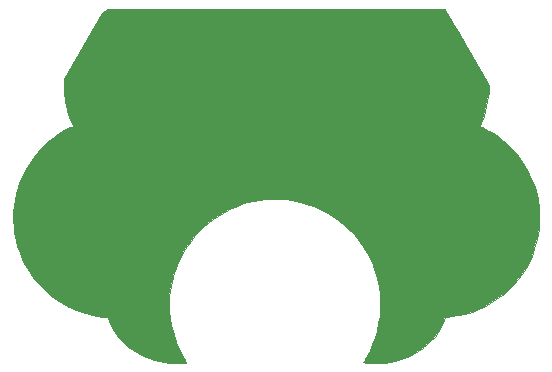
<source format=gbr>
G04 #@! TF.GenerationSoftware,KiCad,Pcbnew,5.1.5+dfsg1-2build2*
G04 #@! TF.CreationDate,2021-04-12T21:23:26-04:00*
G04 #@! TF.ProjectId,wood_tile,776f6f64-5f74-4696-9c65-2e6b69636164,rev?*
G04 #@! TF.SameCoordinates,Original*
G04 #@! TF.FileFunction,Copper,L1,Top*
G04 #@! TF.FilePolarity,Positive*
%FSLAX46Y46*%
G04 Gerber Fmt 4.6, Leading zero omitted, Abs format (unit mm)*
G04 Created by KiCad (PCBNEW 5.1.5+dfsg1-2build2) date 2021-04-12 21:23:26*
%MOMM*%
%LPD*%
G04 APERTURE LIST*
%ADD10C,0.010000*%
G04 APERTURE END LIST*
D10*
G36*
X10391577Y24995644D02*
G01*
X10857707Y24995521D01*
X11291572Y24995311D01*
X11693845Y24995012D01*
X12065196Y24994624D01*
X12406297Y24994146D01*
X12717819Y24993579D01*
X13000434Y24992923D01*
X13254812Y24992175D01*
X13481625Y24991337D01*
X13681544Y24990407D01*
X13855240Y24989386D01*
X14003386Y24988273D01*
X14126651Y24987067D01*
X14225707Y24985769D01*
X14301226Y24984377D01*
X14353879Y24982891D01*
X14384337Y24981312D01*
X14393334Y24979770D01*
X14410052Y24956743D01*
X14419792Y24954755D01*
X14433032Y24936644D01*
X14466305Y24883718D01*
X14518515Y24797845D01*
X14588568Y24680895D01*
X14675369Y24534735D01*
X14777822Y24361236D01*
X14894832Y24162265D01*
X15025305Y23939693D01*
X15168144Y23695386D01*
X15322256Y23431215D01*
X15486545Y23149048D01*
X15659915Y22850754D01*
X15841273Y22538202D01*
X16029522Y22213260D01*
X16223568Y21877798D01*
X16277167Y21785047D01*
X18108084Y18616083D01*
X18114665Y18351500D01*
X18108657Y17990689D01*
X18074361Y17606480D01*
X18013253Y17205577D01*
X17926814Y16794682D01*
X17816520Y16380499D01*
X17683852Y15969729D01*
X17530286Y15569076D01*
X17469847Y15427873D01*
X17423929Y15320620D01*
X17386662Y15227613D01*
X17360433Y15155327D01*
X17347631Y15110236D01*
X17348251Y15098166D01*
X17400205Y15076876D01*
X17482081Y15038543D01*
X17586875Y14986817D01*
X17707577Y14925349D01*
X17837181Y14857787D01*
X17968679Y14787784D01*
X18095065Y14718987D01*
X18209330Y14655049D01*
X18298584Y14603141D01*
X18635971Y14392054D01*
X18949338Y14175003D01*
X19248200Y13944509D01*
X19542071Y13693090D01*
X19840467Y13413266D01*
X19950421Y13304545D01*
X20346400Y12881783D01*
X20705076Y12443112D01*
X21029923Y11984008D01*
X21292627Y11555899D01*
X21569221Y11031193D01*
X21806854Y10491577D01*
X22005317Y9939187D01*
X22164397Y9376161D01*
X22283884Y8804634D01*
X22363567Y8226746D01*
X22403235Y7644631D01*
X22402676Y7060427D01*
X22361681Y6476271D01*
X22280037Y5894300D01*
X22157534Y5316650D01*
X21993960Y4745459D01*
X21971752Y4678023D01*
X21765823Y4127709D01*
X21520579Y3592440D01*
X21235835Y3071880D01*
X20911406Y2565692D01*
X20547108Y2073538D01*
X20537466Y2061384D01*
X20439917Y1945034D01*
X20316405Y1807715D01*
X20173316Y1655765D01*
X20017036Y1495524D01*
X19853951Y1333328D01*
X19690447Y1175517D01*
X19532909Y1028430D01*
X19387724Y898404D01*
X19261276Y791778D01*
X19246250Y779730D01*
X18763086Y420746D01*
X18264171Y100697D01*
X17748908Y-180652D01*
X17216698Y-423535D01*
X16666940Y-628187D01*
X16099037Y-794841D01*
X15512389Y-923733D01*
X14906398Y-1015096D01*
X14573250Y-1048714D01*
X14403917Y-1062958D01*
X14333250Y-1277604D01*
X14189506Y-1649585D01*
X14006057Y-2015815D01*
X13785465Y-2372870D01*
X13530294Y-2717327D01*
X13243108Y-3045765D01*
X12926471Y-3354758D01*
X12582945Y-3640886D01*
X12537363Y-3675534D01*
X12121694Y-3961977D01*
X11682295Y-4213787D01*
X11218921Y-4431063D01*
X10731324Y-4613900D01*
X10219258Y-4762397D01*
X9682478Y-4876651D01*
X9376834Y-4924900D01*
X9259575Y-4937404D01*
X9109535Y-4947546D01*
X8934942Y-4955273D01*
X8744025Y-4960531D01*
X8545011Y-4963266D01*
X8346130Y-4963425D01*
X8155610Y-4960954D01*
X7981679Y-4955799D01*
X7832565Y-4947908D01*
X7716496Y-4937225D01*
X7705450Y-4935790D01*
X7618719Y-4923566D01*
X7549598Y-4912886D01*
X7507544Y-4905262D01*
X7499286Y-4902842D01*
X7507615Y-4883716D01*
X7534423Y-4834724D01*
X7576135Y-4762133D01*
X7629174Y-4672211D01*
X7664806Y-4612781D01*
X7783150Y-4406924D01*
X7907192Y-4174002D01*
X8030285Y-3927446D01*
X8145783Y-3680684D01*
X8247038Y-3447146D01*
X8271647Y-3386667D01*
X8481823Y-2805057D01*
X8651971Y-2211656D01*
X8781871Y-1608923D01*
X8871307Y-999321D01*
X8920061Y-385309D01*
X8927915Y230652D01*
X8894652Y846101D01*
X8820054Y1458578D01*
X8739325Y1902617D01*
X8600104Y2472299D01*
X8421633Y3028575D01*
X8203338Y3572840D01*
X7944648Y4106492D01*
X7644991Y4630926D01*
X7577273Y4739278D01*
X7359025Y5071755D01*
X7144487Y5373477D01*
X6925717Y5654388D01*
X6694776Y5924429D01*
X6443724Y6193546D01*
X6299201Y6339795D01*
X5851174Y6755631D01*
X5377788Y7138101D01*
X4880726Y7486412D01*
X4361671Y7799770D01*
X3822304Y8077381D01*
X3264309Y8318451D01*
X2689368Y8522185D01*
X2099163Y8687792D01*
X1495377Y8814475D01*
X879693Y8901442D01*
X867834Y8902711D01*
X696640Y8917014D01*
X493620Y8927588D01*
X269122Y8934370D01*
X33491Y8937294D01*
X-202922Y8936298D01*
X-429772Y8931318D01*
X-636710Y8922289D01*
X-772583Y8912826D01*
X-1324982Y8850383D01*
X-1855715Y8757246D01*
X-2371473Y8631515D01*
X-2878946Y8471293D01*
X-3384823Y8274680D01*
X-3895796Y8039779D01*
X-3958166Y8008730D01*
X-4406557Y7769942D01*
X-4825565Y7517184D01*
X-5222897Y7244860D01*
X-5606260Y6947375D01*
X-5983361Y6619133D01*
X-6329449Y6287115D01*
X-6747372Y5843818D01*
X-7125836Y5388549D01*
X-7466737Y4918385D01*
X-7771969Y4430408D01*
X-8043429Y3921695D01*
X-8283012Y3389326D01*
X-8394799Y3104388D01*
X-8517028Y2746202D01*
X-8628549Y2357376D01*
X-8727048Y1948765D01*
X-8810211Y1531223D01*
X-8875723Y1115602D01*
X-8921271Y712757D01*
X-8931224Y588700D01*
X-8951147Y20796D01*
X-8930701Y-553539D01*
X-8870715Y-1130991D01*
X-8772017Y-1708245D01*
X-8635435Y-2281986D01*
X-8461796Y-2848900D01*
X-8251929Y-3405671D01*
X-8006661Y-3948985D01*
X-7726821Y-4475527D01*
X-7621806Y-4653681D01*
X-7558597Y-4758837D01*
X-7515317Y-4833567D01*
X-7489625Y-4883446D01*
X-7479180Y-4914049D01*
X-7481639Y-4930951D01*
X-7494662Y-4939727D01*
X-7500808Y-4941769D01*
X-7533934Y-4945704D01*
X-7602606Y-4949572D01*
X-7700040Y-4953267D01*
X-7819447Y-4956684D01*
X-7954043Y-4959717D01*
X-8097040Y-4962260D01*
X-8241652Y-4964208D01*
X-8381093Y-4965456D01*
X-8508577Y-4965897D01*
X-8617317Y-4965427D01*
X-8700527Y-4963940D01*
X-8751420Y-4961330D01*
X-8752416Y-4961229D01*
X-9030329Y-4930281D01*
X-9275215Y-4898101D01*
X-9496379Y-4863005D01*
X-9703126Y-4823307D01*
X-9904759Y-4777320D01*
X-10110584Y-4723358D01*
X-10191881Y-4700397D01*
X-10681687Y-4539559D01*
X-11150113Y-4345131D01*
X-11595271Y-4118319D01*
X-12015273Y-3860332D01*
X-12408232Y-3572379D01*
X-12772260Y-3255667D01*
X-13105470Y-2911405D01*
X-13247689Y-2744358D01*
X-13440993Y-2488228D01*
X-13624225Y-2207732D01*
X-13791067Y-1914096D01*
X-13935197Y-1618547D01*
X-14050297Y-1332312D01*
X-14062768Y-1296459D01*
X-14101018Y-1188926D01*
X-14130792Y-1117017D01*
X-14154690Y-1075495D01*
X-14175312Y-1059124D01*
X-14181035Y-1058334D01*
X-14214343Y-1056292D01*
X-14281387Y-1050669D01*
X-14373793Y-1042218D01*
X-14483185Y-1031691D01*
X-14538931Y-1026156D01*
X-15137246Y-945445D01*
X-15721914Y-824704D01*
X-16292770Y-663980D01*
X-16849651Y-463320D01*
X-17392395Y-222769D01*
X-17455393Y-191807D01*
X-17978341Y90900D01*
X-18474746Y405538D01*
X-18943721Y750362D01*
X-19384378Y1123630D01*
X-19795831Y1523600D01*
X-20177194Y1948528D01*
X-20527578Y2396673D01*
X-20846098Y2866289D01*
X-21131866Y3355636D01*
X-21383997Y3862970D01*
X-21601601Y4386549D01*
X-21783794Y4924629D01*
X-21929688Y5475468D01*
X-22038397Y6037323D01*
X-22109032Y6608450D01*
X-22140709Y7187108D01*
X-22132539Y7771554D01*
X-22083635Y8360044D01*
X-22022894Y8784166D01*
X-21905181Y9356856D01*
X-21748016Y9917167D01*
X-21552834Y10463222D01*
X-21321067Y10993144D01*
X-21054150Y11505054D01*
X-20753515Y11997073D01*
X-20420598Y12467324D01*
X-20056831Y12913929D01*
X-19663647Y13335010D01*
X-19242482Y13728688D01*
X-18794767Y14093086D01*
X-18321938Y14426325D01*
X-17825427Y14726527D01*
X-17306669Y14991814D01*
X-17272000Y15007903D01*
X-17188593Y15046396D01*
X-17120983Y15077647D01*
X-17077416Y15097841D01*
X-17065489Y15103431D01*
X-17071734Y15122557D01*
X-17092629Y15173075D01*
X-17125142Y15247913D01*
X-17166241Y15340000D01*
X-17179122Y15368459D01*
X-17392104Y15885839D01*
X-17564812Y16412227D01*
X-17699203Y16953692D01*
X-17714702Y17029198D01*
X-17759863Y17269478D01*
X-17794758Y17492047D01*
X-17820449Y17708246D01*
X-17837996Y17929414D01*
X-17848459Y18166892D01*
X-17852898Y18432021D01*
X-17853202Y18510398D01*
X-17854083Y19060879D01*
X-14596417Y24708323D01*
X-14392756Y24840484D01*
X-14189095Y24972646D01*
X102119Y24988343D01*
X1090430Y24989410D01*
X2037079Y24990396D01*
X2942737Y24991298D01*
X3808076Y24992117D01*
X4633767Y24992853D01*
X5420480Y24993504D01*
X6168889Y24994071D01*
X6879662Y24994554D01*
X7553473Y24994951D01*
X8190992Y24995262D01*
X8792891Y24995488D01*
X9359841Y24995627D01*
X9892512Y24995679D01*
X10391577Y24995644D01*
G37*
X10391577Y24995644D02*
X10857707Y24995521D01*
X11291572Y24995311D01*
X11693845Y24995012D01*
X12065196Y24994624D01*
X12406297Y24994146D01*
X12717819Y24993579D01*
X13000434Y24992923D01*
X13254812Y24992175D01*
X13481625Y24991337D01*
X13681544Y24990407D01*
X13855240Y24989386D01*
X14003386Y24988273D01*
X14126651Y24987067D01*
X14225707Y24985769D01*
X14301226Y24984377D01*
X14353879Y24982891D01*
X14384337Y24981312D01*
X14393334Y24979770D01*
X14410052Y24956743D01*
X14419792Y24954755D01*
X14433032Y24936644D01*
X14466305Y24883718D01*
X14518515Y24797845D01*
X14588568Y24680895D01*
X14675369Y24534735D01*
X14777822Y24361236D01*
X14894832Y24162265D01*
X15025305Y23939693D01*
X15168144Y23695386D01*
X15322256Y23431215D01*
X15486545Y23149048D01*
X15659915Y22850754D01*
X15841273Y22538202D01*
X16029522Y22213260D01*
X16223568Y21877798D01*
X16277167Y21785047D01*
X18108084Y18616083D01*
X18114665Y18351500D01*
X18108657Y17990689D01*
X18074361Y17606480D01*
X18013253Y17205577D01*
X17926814Y16794682D01*
X17816520Y16380499D01*
X17683852Y15969729D01*
X17530286Y15569076D01*
X17469847Y15427873D01*
X17423929Y15320620D01*
X17386662Y15227613D01*
X17360433Y15155327D01*
X17347631Y15110236D01*
X17348251Y15098166D01*
X17400205Y15076876D01*
X17482081Y15038543D01*
X17586875Y14986817D01*
X17707577Y14925349D01*
X17837181Y14857787D01*
X17968679Y14787784D01*
X18095065Y14718987D01*
X18209330Y14655049D01*
X18298584Y14603141D01*
X18635971Y14392054D01*
X18949338Y14175003D01*
X19248200Y13944509D01*
X19542071Y13693090D01*
X19840467Y13413266D01*
X19950421Y13304545D01*
X20346400Y12881783D01*
X20705076Y12443112D01*
X21029923Y11984008D01*
X21292627Y11555899D01*
X21569221Y11031193D01*
X21806854Y10491577D01*
X22005317Y9939187D01*
X22164397Y9376161D01*
X22283884Y8804634D01*
X22363567Y8226746D01*
X22403235Y7644631D01*
X22402676Y7060427D01*
X22361681Y6476271D01*
X22280037Y5894300D01*
X22157534Y5316650D01*
X21993960Y4745459D01*
X21971752Y4678023D01*
X21765823Y4127709D01*
X21520579Y3592440D01*
X21235835Y3071880D01*
X20911406Y2565692D01*
X20547108Y2073538D01*
X20537466Y2061384D01*
X20439917Y1945034D01*
X20316405Y1807715D01*
X20173316Y1655765D01*
X20017036Y1495524D01*
X19853951Y1333328D01*
X19690447Y1175517D01*
X19532909Y1028430D01*
X19387724Y898404D01*
X19261276Y791778D01*
X19246250Y779730D01*
X18763086Y420746D01*
X18264171Y100697D01*
X17748908Y-180652D01*
X17216698Y-423535D01*
X16666940Y-628187D01*
X16099037Y-794841D01*
X15512389Y-923733D01*
X14906398Y-1015096D01*
X14573250Y-1048714D01*
X14403917Y-1062958D01*
X14333250Y-1277604D01*
X14189506Y-1649585D01*
X14006057Y-2015815D01*
X13785465Y-2372870D01*
X13530294Y-2717327D01*
X13243108Y-3045765D01*
X12926471Y-3354758D01*
X12582945Y-3640886D01*
X12537363Y-3675534D01*
X12121694Y-3961977D01*
X11682295Y-4213787D01*
X11218921Y-4431063D01*
X10731324Y-4613900D01*
X10219258Y-4762397D01*
X9682478Y-4876651D01*
X9376834Y-4924900D01*
X9259575Y-4937404D01*
X9109535Y-4947546D01*
X8934942Y-4955273D01*
X8744025Y-4960531D01*
X8545011Y-4963266D01*
X8346130Y-4963425D01*
X8155610Y-4960954D01*
X7981679Y-4955799D01*
X7832565Y-4947908D01*
X7716496Y-4937225D01*
X7705450Y-4935790D01*
X7618719Y-4923566D01*
X7549598Y-4912886D01*
X7507544Y-4905262D01*
X7499286Y-4902842D01*
X7507615Y-4883716D01*
X7534423Y-4834724D01*
X7576135Y-4762133D01*
X7629174Y-4672211D01*
X7664806Y-4612781D01*
X7783150Y-4406924D01*
X7907192Y-4174002D01*
X8030285Y-3927446D01*
X8145783Y-3680684D01*
X8247038Y-3447146D01*
X8271647Y-3386667D01*
X8481823Y-2805057D01*
X8651971Y-2211656D01*
X8781871Y-1608923D01*
X8871307Y-999321D01*
X8920061Y-385309D01*
X8927915Y230652D01*
X8894652Y846101D01*
X8820054Y1458578D01*
X8739325Y1902617D01*
X8600104Y2472299D01*
X8421633Y3028575D01*
X8203338Y3572840D01*
X7944648Y4106492D01*
X7644991Y4630926D01*
X7577273Y4739278D01*
X7359025Y5071755D01*
X7144487Y5373477D01*
X6925717Y5654388D01*
X6694776Y5924429D01*
X6443724Y6193546D01*
X6299201Y6339795D01*
X5851174Y6755631D01*
X5377788Y7138101D01*
X4880726Y7486412D01*
X4361671Y7799770D01*
X3822304Y8077381D01*
X3264309Y8318451D01*
X2689368Y8522185D01*
X2099163Y8687792D01*
X1495377Y8814475D01*
X879693Y8901442D01*
X867834Y8902711D01*
X696640Y8917014D01*
X493620Y8927588D01*
X269122Y8934370D01*
X33491Y8937294D01*
X-202922Y8936298D01*
X-429772Y8931318D01*
X-636710Y8922289D01*
X-772583Y8912826D01*
X-1324982Y8850383D01*
X-1855715Y8757246D01*
X-2371473Y8631515D01*
X-2878946Y8471293D01*
X-3384823Y8274680D01*
X-3895796Y8039779D01*
X-3958166Y8008730D01*
X-4406557Y7769942D01*
X-4825565Y7517184D01*
X-5222897Y7244860D01*
X-5606260Y6947375D01*
X-5983361Y6619133D01*
X-6329449Y6287115D01*
X-6747372Y5843818D01*
X-7125836Y5388549D01*
X-7466737Y4918385D01*
X-7771969Y4430408D01*
X-8043429Y3921695D01*
X-8283012Y3389326D01*
X-8394799Y3104388D01*
X-8517028Y2746202D01*
X-8628549Y2357376D01*
X-8727048Y1948765D01*
X-8810211Y1531223D01*
X-8875723Y1115602D01*
X-8921271Y712757D01*
X-8931224Y588700D01*
X-8951147Y20796D01*
X-8930701Y-553539D01*
X-8870715Y-1130991D01*
X-8772017Y-1708245D01*
X-8635435Y-2281986D01*
X-8461796Y-2848900D01*
X-8251929Y-3405671D01*
X-8006661Y-3948985D01*
X-7726821Y-4475527D01*
X-7621806Y-4653681D01*
X-7558597Y-4758837D01*
X-7515317Y-4833567D01*
X-7489625Y-4883446D01*
X-7479180Y-4914049D01*
X-7481639Y-4930951D01*
X-7494662Y-4939727D01*
X-7500808Y-4941769D01*
X-7533934Y-4945704D01*
X-7602606Y-4949572D01*
X-7700040Y-4953267D01*
X-7819447Y-4956684D01*
X-7954043Y-4959717D01*
X-8097040Y-4962260D01*
X-8241652Y-4964208D01*
X-8381093Y-4965456D01*
X-8508577Y-4965897D01*
X-8617317Y-4965427D01*
X-8700527Y-4963940D01*
X-8751420Y-4961330D01*
X-8752416Y-4961229D01*
X-9030329Y-4930281D01*
X-9275215Y-4898101D01*
X-9496379Y-4863005D01*
X-9703126Y-4823307D01*
X-9904759Y-4777320D01*
X-10110584Y-4723358D01*
X-10191881Y-4700397D01*
X-10681687Y-4539559D01*
X-11150113Y-4345131D01*
X-11595271Y-4118319D01*
X-12015273Y-3860332D01*
X-12408232Y-3572379D01*
X-12772260Y-3255667D01*
X-13105470Y-2911405D01*
X-13247689Y-2744358D01*
X-13440993Y-2488228D01*
X-13624225Y-2207732D01*
X-13791067Y-1914096D01*
X-13935197Y-1618547D01*
X-14050297Y-1332312D01*
X-14062768Y-1296459D01*
X-14101018Y-1188926D01*
X-14130792Y-1117017D01*
X-14154690Y-1075495D01*
X-14175312Y-1059124D01*
X-14181035Y-1058334D01*
X-14214343Y-1056292D01*
X-14281387Y-1050669D01*
X-14373793Y-1042218D01*
X-14483185Y-1031691D01*
X-14538931Y-1026156D01*
X-15137246Y-945445D01*
X-15721914Y-824704D01*
X-16292770Y-663980D01*
X-16849651Y-463320D01*
X-17392395Y-222769D01*
X-17455393Y-191807D01*
X-17978341Y90900D01*
X-18474746Y405538D01*
X-18943721Y750362D01*
X-19384378Y1123630D01*
X-19795831Y1523600D01*
X-20177194Y1948528D01*
X-20527578Y2396673D01*
X-20846098Y2866289D01*
X-21131866Y3355636D01*
X-21383997Y3862970D01*
X-21601601Y4386549D01*
X-21783794Y4924629D01*
X-21929688Y5475468D01*
X-22038397Y6037323D01*
X-22109032Y6608450D01*
X-22140709Y7187108D01*
X-22132539Y7771554D01*
X-22083635Y8360044D01*
X-22022894Y8784166D01*
X-21905181Y9356856D01*
X-21748016Y9917167D01*
X-21552834Y10463222D01*
X-21321067Y10993144D01*
X-21054150Y11505054D01*
X-20753515Y11997073D01*
X-20420598Y12467324D01*
X-20056831Y12913929D01*
X-19663647Y13335010D01*
X-19242482Y13728688D01*
X-18794767Y14093086D01*
X-18321938Y14426325D01*
X-17825427Y14726527D01*
X-17306669Y14991814D01*
X-17272000Y15007903D01*
X-17188593Y15046396D01*
X-17120983Y15077647D01*
X-17077416Y15097841D01*
X-17065489Y15103431D01*
X-17071734Y15122557D01*
X-17092629Y15173075D01*
X-17125142Y15247913D01*
X-17166241Y15340000D01*
X-17179122Y15368459D01*
X-17392104Y15885839D01*
X-17564812Y16412227D01*
X-17699203Y16953692D01*
X-17714702Y17029198D01*
X-17759863Y17269478D01*
X-17794758Y17492047D01*
X-17820449Y17708246D01*
X-17837996Y17929414D01*
X-17848459Y18166892D01*
X-17852898Y18432021D01*
X-17853202Y18510398D01*
X-17854083Y19060879D01*
X-14596417Y24708323D01*
X-14392756Y24840484D01*
X-14189095Y24972646D01*
X102119Y24988343D01*
X1090430Y24989410D01*
X2037079Y24990396D01*
X2942737Y24991298D01*
X3808076Y24992117D01*
X4633767Y24992853D01*
X5420480Y24993504D01*
X6168889Y24994071D01*
X6879662Y24994554D01*
X7553473Y24994951D01*
X8190992Y24995262D01*
X8792891Y24995488D01*
X9359841Y24995627D01*
X9892512Y24995679D01*
X10391577Y24995644D01*
M02*

</source>
